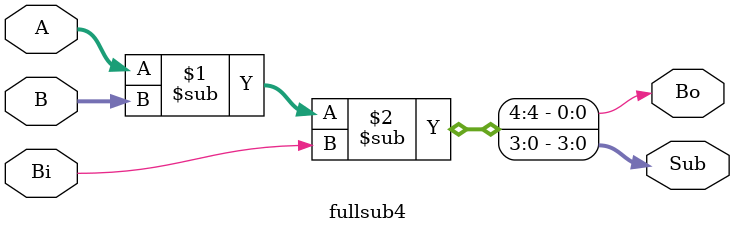
<source format=v>

module testbed;
    reg [3:0] A, B;
    wire Bo;
    wire [3:0] Sub;
    reg Bi;

    fullsub4 fs4(Bo, Sub, A, B, Bi);

    initial
    begin
 
        $monitor($time, " A = %b , B = %b, Bi = %b, Sub = %b, Borrow - %b", A, B, Bi, Sub, Bo);
        
        A = 0000 ; B = 0001 ; Bi = 1 ;
        #10
        A = 1111 ; B = 0100 ; Bi = 0 ;
        #10
        $finish;
    end
endmodule

module fullsub4(Bo, Sub, A, B, Bi);
    input [3:0] A, B;
    input Bi;
    output [3:0] Sub;
    output Bo;
     
    //reg [3:0] Sub;

    assign {Bo, Sub} = A - B - Bi;
endmodule
</source>
